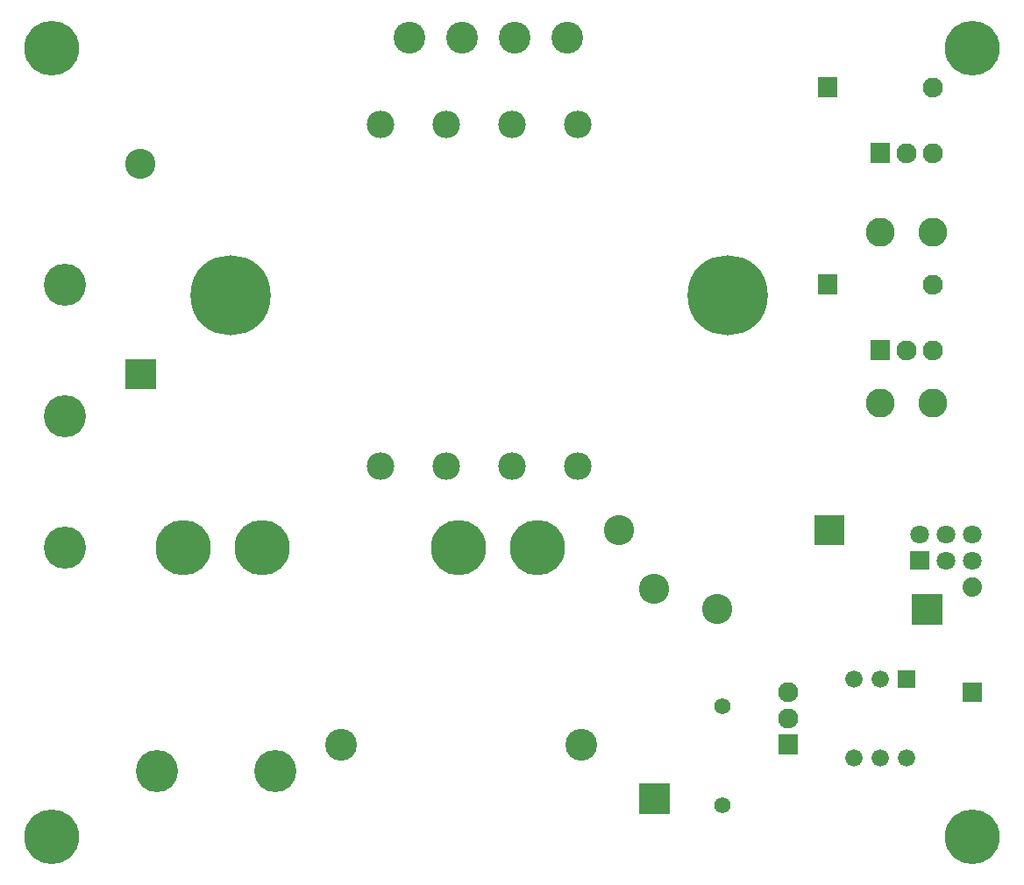
<source format=gbr>
G04 start of page 4 for group -4063 idx -4063 *
G04 Title: highvoltage, componentmask *
G04 Creator: pcb 20091103 *
G04 CreationDate: Tue 04 May 2010 05:06:31 PM GMT UTC *
G04 For: srussell *
G04 Format: Gerber/RS-274X *
G04 PCB-Dimensions: 400000 350000 *
G04 PCB-Coordinate-Origin: lower left *
%MOIN*%
%FSLAX25Y25*%
%LNFRONTMASK*%
%ADD11C,0.0200*%
%ADD17C,0.1150*%
%ADD36C,0.1600*%
%ADD37C,0.3050*%
%ADD38C,0.2100*%
%ADD39C,0.0660*%
%ADD40C,0.1210*%
%ADD41C,0.0710*%
%ADD42C,0.0740*%
%ADD43C,0.1050*%
%ADD44C,0.0760*%
%ADD45C,0.0620*%
%ADD46C,0.1100*%
%ADD47C,0.2080*%
G54D11*G36*
X53060Y206660D02*Y195160D01*
X64560D01*
Y206660D01*
X53060D01*
G37*
G54D17*X58810Y280910D03*
G54D36*X65000Y50000D03*
X30000Y185000D03*
Y135000D03*
Y235000D03*
G54D37*X93000Y231000D03*
G54D38*X75000Y135000D03*
X105000D03*
G54D36*X110000Y50000D03*
G54D11*G36*
X346700Y88300D02*Y81700D01*
X353300D01*
Y88300D01*
X346700D01*
G37*
G54D39*X340000Y85000D03*
X330000D03*
X350000Y55000D03*
G54D40*X135000Y60000D03*
X226340D03*
G54D11*G36*
X351450Y133550D02*Y126450D01*
X358550D01*
Y133550D01*
X351450D01*
G37*
G36*
X352090Y117200D02*Y105700D01*
X363590D01*
Y117200D01*
X352090D01*
G37*
G54D17*X277840Y111450D03*
G54D41*X355000Y140000D03*
G54D11*G36*
X314970Y147270D02*Y135770D01*
X326470D01*
Y147270D01*
X314970D01*
G37*
G54D41*X365000Y130000D03*
X375000D03*
G54D42*Y120000D03*
G54D11*G36*
X371300Y83700D02*Y76300D01*
X378700D01*
Y83700D01*
X371300D01*
G37*
G54D40*X221000Y329000D03*
X201000D03*
X181000D03*
X161000D03*
G54D43*X225000Y296000D03*
X200000D03*
X175000D03*
X150000D03*
G54D39*X330000Y55000D03*
X340000D03*
G54D11*G36*
X301200Y63800D02*Y56200D01*
X308800D01*
Y63800D01*
X301200D01*
G37*
G54D44*X305000Y70000D03*
Y80000D03*
G54D45*X280000Y37000D03*
Y74500D03*
G54D11*G36*
X248410Y45110D02*Y33610D01*
X259910D01*
Y45110D01*
X248410D01*
G37*
G54D17*X254160Y119360D03*
G54D41*X365000Y140000D03*
X375000D03*
G54D38*X179700Y135000D03*
G54D43*X150000Y166000D03*
X175000D03*
G54D38*X209700Y135000D03*
G54D17*X240720Y141520D03*
G54D43*X200000Y166000D03*
X225000D03*
G54D37*X282000Y231000D03*
G54D46*X340000Y190000D03*
G54D11*G36*
X336200Y213800D02*Y206200D01*
X343800D01*
Y213800D01*
X336200D01*
G37*
G54D44*X350000Y210000D03*
G54D46*X360000Y190000D03*
G54D44*Y210000D03*
Y285000D03*
Y310000D03*
G54D46*Y255000D03*
G54D44*Y235000D03*
G54D11*G36*
X336200Y288800D02*Y281200D01*
X343800D01*
Y288800D01*
X336200D01*
G37*
G54D44*X350000Y285000D03*
G54D11*G36*
X316200Y313800D02*Y306200D01*
X323800D01*
Y313800D01*
X316200D01*
G37*
G54D46*X340000Y255000D03*
G54D11*G36*
X316200Y238800D02*Y231200D01*
X323800D01*
Y238800D01*
X316200D01*
G37*
G54D47*X375000Y325000D03*
X25000D03*
Y25000D03*
X375000D03*
M02*

</source>
